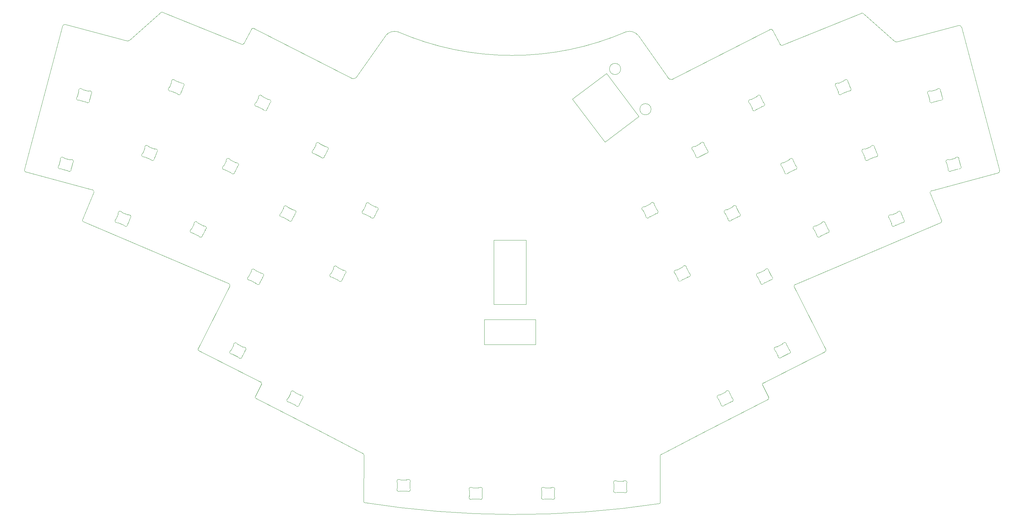
<source format=gbr>
%TF.GenerationSoftware,KiCad,Pcbnew,(6.0.4)*%
%TF.CreationDate,2022-12-18T06:26:39+01:00*%
%TF.ProjectId,BatreeqV2,42617472-6565-4715-9632-2e6b69636164,rev?*%
%TF.SameCoordinates,Original*%
%TF.FileFunction,Profile,NP*%
%FSLAX46Y46*%
G04 Gerber Fmt 4.6, Leading zero omitted, Abs format (unit mm)*
G04 Created by KiCad (PCBNEW (6.0.4)) date 2022-12-18 06:26:39*
%MOMM*%
%LPD*%
G01*
G04 APERTURE LIST*
%TA.AperFunction,Profile*%
%ADD10C,0.050000*%
%TD*%
%TA.AperFunction,Profile*%
%ADD11C,0.100000*%
%TD*%
%TA.AperFunction,Profile*%
%ADD12C,0.120000*%
%TD*%
G04 APERTURE END LIST*
D10*
X38918873Y-77389631D02*
G75*
G03*
X38573854Y-76699535I-518573J172031D01*
G01*
X226405391Y-102027703D02*
G75*
G03*
X226151365Y-102789641I202709J-490897D01*
G01*
X47779336Y-36861305D02*
G75*
G03*
X48451584Y-36684297I185564J660305D01*
G01*
X219801365Y-33733640D02*
X193385363Y-47195643D01*
X157028908Y-118125642D02*
X157028907Y-111425641D01*
X217769391Y-128443681D02*
G75*
G03*
X217659917Y-128899085I176209J-283219D01*
G01*
X220309332Y-33987659D02*
G75*
G03*
X219801365Y-33733640I-418332J-201641D01*
G01*
X66798979Y-119175504D02*
G75*
G03*
X67053010Y-119807642I401921J-205596D01*
G01*
X252940707Y-36938278D02*
G75*
G03*
X253612934Y-37115306I486693J483278D01*
G01*
X192369364Y-46687642D02*
X184495364Y-35479641D01*
X78499556Y-37797643D02*
X57318822Y-29210672D01*
X244073451Y-29464670D02*
X222892715Y-38051644D01*
X219143104Y-132797053D02*
G75*
G03*
X219291966Y-132252241I-195104J346053D01*
G01*
X111308912Y-160447642D02*
G75*
G03*
X190083367Y-160701640I40206188J253864542D01*
G01*
X111070984Y-160193639D02*
G75*
G03*
X111308912Y-160447641I258216J3439D01*
G01*
X234593263Y-119429523D02*
X226151365Y-102789641D01*
X31298912Y-32463621D02*
G75*
G03*
X30536910Y-32971639I-112212J-657179D01*
G01*
X78499553Y-37797652D02*
G75*
G03*
X79050910Y-37543642I137447J427052D01*
G01*
X81590911Y-33479631D02*
G75*
G03*
X81082910Y-33733644I-89611J-455769D01*
G01*
X219291966Y-132252241D02*
X217659917Y-128899085D01*
X38918908Y-77389643D02*
X35870909Y-84755642D01*
X35870975Y-84755673D02*
G75*
G03*
X36042861Y-85222429I312825J-149827D01*
G01*
X83732345Y-128645077D02*
G75*
G03*
X83622908Y-128189646I-285845J172177D01*
G01*
X82100341Y-131998261D02*
G75*
G03*
X82249191Y-132543016I342459J-199139D01*
G01*
X190591360Y-147493629D02*
G75*
G03*
X190318499Y-147926699I160740J-403771D01*
G01*
X108006910Y-46941641D02*
X81590909Y-33479641D01*
X20376891Y-71293636D02*
G75*
G03*
X20687860Y-71935535I488409J-159664D01*
G01*
X116896908Y-35479640D02*
X109022907Y-46687642D01*
X217769366Y-128443641D02*
X234339263Y-120061644D01*
X190321363Y-160447641D02*
X190318499Y-147926699D01*
X270855335Y-33225651D02*
G75*
G03*
X270093363Y-32717643I-649835J-149249D01*
G01*
X120198904Y-34436679D02*
G75*
G03*
X181193366Y-34436674I30497226J70469039D01*
G01*
X244611054Y-29544298D02*
G75*
G03*
X244073451Y-29464670I-330954J-379802D01*
G01*
X99624909Y-141397642D02*
X110800911Y-147239641D01*
X83732359Y-128645086D02*
X82100308Y-131998242D01*
X75240909Y-102535643D02*
X66799012Y-119175521D01*
X143312909Y-118125641D02*
X157028908Y-118125642D01*
X36042861Y-85222429D02*
X74986911Y-101773642D01*
X111073742Y-147672700D02*
G75*
G03*
X110800911Y-147239641I-433442J29400D01*
G01*
X47779335Y-36861308D02*
X31298908Y-32463642D01*
X252940691Y-36938294D02*
X244611023Y-29544334D01*
X192369332Y-46687659D02*
G75*
G03*
X193385363Y-47195643I871868J473759D01*
G01*
X143312909Y-118125641D02*
X143312906Y-111425642D01*
X75240895Y-102535635D02*
G75*
G03*
X74986911Y-101773642I-456595J271135D01*
G01*
X226405366Y-102027643D02*
X265349412Y-85476428D01*
X184495388Y-35479623D02*
G75*
G03*
X181193366Y-34436674I-2387688J-1810877D01*
G01*
X30536910Y-32971639D02*
X20376910Y-71293642D01*
X56781249Y-29290335D02*
X48451584Y-36684297D01*
X222341403Y-37797626D02*
G75*
G03*
X222892715Y-38051644I413897J173026D01*
G01*
X201767362Y-141651642D02*
X219143082Y-132797014D01*
X190083363Y-160701585D02*
G75*
G03*
X190321363Y-160447641I-20363J257585D01*
G01*
X143312906Y-111425642D02*
X157028907Y-111425641D01*
X82249191Y-132543016D02*
X99624909Y-141397642D01*
X20687860Y-71935535D02*
X38573854Y-76699535D01*
X280704423Y-72189564D02*
G75*
G03*
X281015365Y-71547641I-177323J482164D01*
G01*
X262818442Y-76953606D02*
G75*
G03*
X262473368Y-77643642I173358J-517994D01*
G01*
X120198918Y-34436634D02*
G75*
G03*
X116896908Y-35479640I-892518J-2922766D01*
G01*
X81082910Y-33733644D02*
X79050910Y-37543642D01*
X234339283Y-120061700D02*
G75*
G03*
X234593263Y-119429523I-148083J426600D01*
G01*
X262818418Y-76953533D02*
X280704412Y-72189533D01*
X222341365Y-37797642D02*
X220309365Y-33987643D01*
X57318828Y-29210659D02*
G75*
G03*
X56781249Y-29290335I-206628J-459241D01*
G01*
X270093363Y-32717643D02*
X253612934Y-37115306D01*
X265349437Y-85476485D02*
G75*
G03*
X265521365Y-85009639I-140937J316985D01*
G01*
X111073772Y-147672702D02*
X111070909Y-160193640D01*
X265521365Y-85009639D02*
X262473368Y-77643642D01*
X190591366Y-147493645D02*
X201767362Y-141651642D01*
X67053010Y-119807642D02*
X83622908Y-128189646D01*
X108006904Y-46941663D02*
G75*
G03*
X109022907Y-46687642I281396J1033363D01*
G01*
X281015365Y-71547641D02*
X270855363Y-33225645D01*
D11*
%TO.C,D74*%
X162030906Y-157250798D02*
X162030906Y-158656482D01*
X158630908Y-158656482D02*
X158630908Y-157250798D01*
X161125359Y-159453639D02*
X159536454Y-159453639D01*
X159536455Y-156453640D02*
X161125359Y-156453640D01*
X161377618Y-159521939D02*
G75*
G03*
X161125360Y-159453640I-252261J-431711D01*
G01*
X161377617Y-159521940D02*
G75*
G03*
X162080391Y-158873360I252260J431700D01*
G01*
X159284196Y-156385341D02*
G75*
G03*
X159536455Y-156453640I252261J431710D01*
G01*
X161125359Y-156453639D02*
G75*
G03*
X161377617Y-156385341I-2J500009D01*
G01*
X162080389Y-157033919D02*
G75*
G03*
X162030906Y-157250797I450548J-216881D01*
G01*
X162080388Y-157033919D02*
G75*
G03*
X161377618Y-156385343I-450511J216879D01*
G01*
X158581423Y-158873360D02*
G75*
G03*
X158630908Y-158656483I-450505J216876D01*
G01*
X162030905Y-158656482D02*
G75*
G03*
X162080391Y-158873360I499302J-158D01*
G01*
X159536454Y-159453639D02*
G75*
G03*
X159284196Y-159521938I3J-500009D01*
G01*
X158630908Y-157250798D02*
G75*
G03*
X158581423Y-157033920I-499990J2D01*
G01*
X159284196Y-156385341D02*
G75*
G03*
X158581423Y-157033921I-252259J-431700D01*
G01*
X158581422Y-158873360D02*
G75*
G03*
X159284196Y-159521938I450516J-216877D01*
G01*
%TO.C,D42*%
X270194805Y-68774258D02*
X270558623Y-70132044D01*
X267579030Y-68649874D02*
X269113794Y-68238635D01*
X269890251Y-71136412D02*
X268355486Y-71547651D01*
X267274477Y-71012029D02*
X266910659Y-69654242D01*
X267317690Y-68649191D02*
G75*
G03*
X266806728Y-69457563I-131931J-482280D01*
G01*
X270186469Y-68551962D02*
G75*
G03*
X269339781Y-68107376I-491293J92888D01*
G01*
X270186470Y-68551962D02*
G75*
G03*
X270194805Y-68774257I491328J-92880D01*
G01*
X269113794Y-68238634D02*
G75*
G03*
X269339779Y-68107374I-129414J482971D01*
G01*
X267282811Y-71234324D02*
G75*
G03*
X268129501Y-71678911I491295J-92886D01*
G01*
X268355486Y-71547650D02*
G75*
G03*
X268129501Y-71678911I129415J-482971D01*
G01*
X270151592Y-71137096D02*
G75*
G03*
X270662554Y-70328725I131931J482280D01*
G01*
X267282810Y-71234324D02*
G75*
G03*
X267274477Y-71012030I-491286J92887D01*
G01*
X267317690Y-68649191D02*
G75*
G03*
X267579030Y-68649874I131931J482297D01*
G01*
X270558622Y-70132044D02*
G75*
G03*
X270662554Y-70328725I482329J129076D01*
G01*
X270151592Y-71137094D02*
G75*
G03*
X269890252Y-71136412I-131931J-482292D01*
G01*
X266910659Y-69654242D02*
G75*
G03*
X266806728Y-69457562I-482954J-129405D01*
G01*
%TO.C,D70*%
X188977941Y-83159833D02*
X187562216Y-83881181D01*
X186393467Y-83582018D02*
X185755300Y-82329545D01*
X186200246Y-81208162D02*
X187615970Y-80486815D01*
X188784720Y-80785978D02*
X189422888Y-82038452D01*
X188730349Y-80570273D02*
G75*
G03*
X188784720Y-80785977I499903J11303D01*
G01*
X189422887Y-82038452D02*
G75*
G03*
X189565440Y-82209226I444953J226538D01*
G01*
X186447836Y-83797724D02*
G75*
G03*
X187368460Y-84056559I499872J11291D01*
G01*
X187615970Y-80486814D02*
G75*
G03*
X187809726Y-80311437I-227002J445511D01*
G01*
X189233713Y-83106167D02*
G75*
G03*
X188977942Y-83159834I-28774J-499180D01*
G01*
X186447837Y-83797724D02*
G75*
G03*
X186393468Y-83582019I-499854J-11285D01*
G01*
X185944475Y-81261831D02*
G75*
G03*
X186200246Y-81208162I28772J499188D01*
G01*
X185755300Y-82329545D02*
G75*
G03*
X185612748Y-82158771I-445495J-226989D01*
G01*
X187562216Y-83881181D02*
G75*
G03*
X187368460Y-84056559I227002J-445510D01*
G01*
X188730349Y-80570273D02*
G75*
G03*
X187809728Y-80311438I-499870J-11287D01*
G01*
X189233713Y-83106167D02*
G75*
G03*
X189565440Y-82209226I28777J499171D01*
G01*
X185944475Y-81261830D02*
G75*
G03*
X185612748Y-82158772I-28777J-499171D01*
G01*
%TO.C,D41*%
X202136322Y-64668287D02*
X202774490Y-65920761D01*
X202329543Y-67042142D02*
X200913818Y-67763490D01*
X199551848Y-65090471D02*
X200967572Y-64369124D01*
X199745069Y-67464327D02*
X199106902Y-66211854D01*
X202774489Y-65920761D02*
G75*
G03*
X202917042Y-66091535I444953J226538D01*
G01*
X200913818Y-67763490D02*
G75*
G03*
X200720062Y-67938868I227002J-445510D01*
G01*
X199799439Y-67680033D02*
G75*
G03*
X199745070Y-67464328I-499854J-11285D01*
G01*
X199296077Y-65144140D02*
G75*
G03*
X199551848Y-65090471I28772J499188D01*
G01*
X199296077Y-65144139D02*
G75*
G03*
X198964350Y-66041081I-28777J-499171D01*
G01*
X202081951Y-64452582D02*
G75*
G03*
X201161330Y-64193747I-499870J-11287D01*
G01*
X200967572Y-64369123D02*
G75*
G03*
X201161328Y-64193746I-227002J445511D01*
G01*
X202585315Y-66988476D02*
G75*
G03*
X202329544Y-67042143I-28774J-499180D01*
G01*
X199106902Y-66211854D02*
G75*
G03*
X198964350Y-66041080I-445495J-226989D01*
G01*
X199799438Y-67680033D02*
G75*
G03*
X200720062Y-67938868I499872J11291D01*
G01*
X202081951Y-64452582D02*
G75*
G03*
X202136322Y-64668286I499903J11303D01*
G01*
X202585315Y-66988476D02*
G75*
G03*
X202917042Y-66091535I28777J499171D01*
G01*
%TO.C,D55*%
X221558996Y-118707320D02*
X222974720Y-117985973D01*
X224336691Y-120658991D02*
X222920966Y-121380339D01*
X224143470Y-118285136D02*
X224781638Y-119537610D01*
X221752217Y-121081176D02*
X221114050Y-119828703D01*
X222974720Y-117985972D02*
G75*
G03*
X223168476Y-117810595I-227002J445511D01*
G01*
X224592463Y-120605325D02*
G75*
G03*
X224924190Y-119708384I28777J499171D01*
G01*
X221114050Y-119828703D02*
G75*
G03*
X220971498Y-119657929I-445495J-226989D01*
G01*
X224089099Y-118069431D02*
G75*
G03*
X224143470Y-118285135I499903J11303D01*
G01*
X224781637Y-119537610D02*
G75*
G03*
X224924190Y-119708384I444953J226538D01*
G01*
X221806587Y-121296882D02*
G75*
G03*
X221752218Y-121081177I-499854J-11285D01*
G01*
X221303225Y-118760988D02*
G75*
G03*
X220971498Y-119657930I-28777J-499171D01*
G01*
X222920966Y-121380339D02*
G75*
G03*
X222727210Y-121555717I227002J-445510D01*
G01*
X221303225Y-118760989D02*
G75*
G03*
X221558996Y-118707320I28772J499188D01*
G01*
X224089099Y-118069431D02*
G75*
G03*
X223168478Y-117810596I-499870J-11287D01*
G01*
X224592463Y-120605325D02*
G75*
G03*
X224336692Y-120658992I-28774J-499180D01*
G01*
X221806586Y-121296882D02*
G75*
G03*
X222727210Y-121555717I499872J11291D01*
G01*
%TO.C,D51*%
X73616944Y-70261291D02*
X74255112Y-69008817D01*
X77284532Y-70552384D02*
X76646365Y-71804857D01*
X75423862Y-68709654D02*
X76839586Y-69431001D01*
X75477615Y-72104020D02*
X74061890Y-71382672D01*
X74061890Y-71382671D02*
G75*
G03*
X73806120Y-71329004I-226995J-445506D01*
G01*
X76839586Y-69431001D02*
G75*
G03*
X77095357Y-69484669I226998J445513D01*
G01*
X75671371Y-72279400D02*
G75*
G03*
X76591996Y-72020563I420752J270125D01*
G01*
X75230106Y-68534276D02*
G75*
G03*
X74309480Y-68793112I-420753J-270124D01*
G01*
X75671372Y-72279399D02*
G75*
G03*
X75477615Y-72104021I-420759J-270133D01*
G01*
X77427083Y-70381608D02*
G75*
G03*
X77284533Y-70552383I302979J-397787D01*
G01*
X76646364Y-71804857D02*
G75*
G03*
X76591996Y-72020563I444810J-226819D01*
G01*
X74255111Y-69008817D02*
G75*
G03*
X74309481Y-68793112I-445493J226993D01*
G01*
X73474392Y-70432064D02*
G75*
G03*
X73806120Y-71329004I302952J-397769D01*
G01*
X75230105Y-68534276D02*
G75*
G03*
X75423862Y-68709654I420763J270138D01*
G01*
X77427082Y-70381608D02*
G75*
G03*
X77095357Y-69484671I-302947J397769D01*
G01*
X73474392Y-70432064D02*
G75*
G03*
X73616944Y-70261291I-302936J397757D01*
G01*
%TO.C,D67*%
X110942478Y-82114486D02*
X111580646Y-80862012D01*
X114610066Y-82405579D02*
X113971899Y-83658052D01*
X112803149Y-83957215D02*
X111387424Y-83235867D01*
X112749396Y-80562849D02*
X114165120Y-81284196D01*
X111580645Y-80862012D02*
G75*
G03*
X111635015Y-80646307I-445493J226993D01*
G01*
X114165120Y-81284196D02*
G75*
G03*
X114420891Y-81337864I226998J445513D01*
G01*
X110799926Y-82285259D02*
G75*
G03*
X110942478Y-82114486I-302936J397757D01*
G01*
X111387424Y-83235866D02*
G75*
G03*
X111131654Y-83182199I-226995J-445506D01*
G01*
X112996906Y-84132594D02*
G75*
G03*
X112803149Y-83957216I-420759J-270133D01*
G01*
X113971898Y-83658052D02*
G75*
G03*
X113917530Y-83873758I444810J-226819D01*
G01*
X114752616Y-82234803D02*
G75*
G03*
X114420891Y-81337866I-302947J397769D01*
G01*
X112996905Y-84132595D02*
G75*
G03*
X113917530Y-83873758I420752J270125D01*
G01*
X114752617Y-82234803D02*
G75*
G03*
X114610067Y-82405578I302979J-397787D01*
G01*
X112555639Y-80387471D02*
G75*
G03*
X112749396Y-80562849I420763J270138D01*
G01*
X110799926Y-82285259D02*
G75*
G03*
X111131654Y-83182199I302952J-397769D01*
G01*
X112555640Y-80387471D02*
G75*
G03*
X111635014Y-80646307I-420753J-270124D01*
G01*
%TO.C,D63*%
X33244181Y-69648893D02*
X32880363Y-71006680D01*
X31041046Y-68233286D02*
X32575810Y-68644525D01*
X31799353Y-71542301D02*
X30264588Y-71131062D01*
X29596217Y-70126695D02*
X29960035Y-68768909D01*
X33348110Y-69452211D02*
G75*
G03*
X33244181Y-69648892I379063J-326102D01*
G01*
X32880363Y-71006680D02*
G75*
G03*
X32872030Y-71228975I482247J-129381D01*
G01*
X33348110Y-69452211D02*
G75*
G03*
X32837150Y-68643844I-379028J326090D01*
G01*
X29960036Y-68768909D02*
G75*
G03*
X29968369Y-68546613I-482954J129409D01*
G01*
X29492286Y-70323376D02*
G75*
G03*
X30003249Y-71131745I379033J-326089D01*
G01*
X32025337Y-71673565D02*
G75*
G03*
X32872030Y-71228975I355397J351701D01*
G01*
X32025338Y-71673564D02*
G75*
G03*
X31799353Y-71542303I-355400J-351710D01*
G01*
X32575810Y-68644524D02*
G75*
G03*
X32837149Y-68643842I129410J482972D01*
G01*
X30815060Y-68102025D02*
G75*
G03*
X29968368Y-68546614I-355396J-351701D01*
G01*
X30815060Y-68102025D02*
G75*
G03*
X31041046Y-68233286I355404J351716D01*
G01*
X30264588Y-71131063D02*
G75*
G03*
X30003249Y-71131745I-129409J-482964D01*
G01*
X29492286Y-70323376D02*
G75*
G03*
X29596217Y-70126696I-379014J326081D01*
G01*
%TO.C,D64*%
X120930871Y-154333643D02*
X122519775Y-154333643D01*
X122519775Y-157333642D02*
X120930870Y-157333642D01*
X120025324Y-156536485D02*
X120025324Y-155130801D01*
X123425322Y-155130801D02*
X123425322Y-156536485D01*
X119975839Y-156753363D02*
G75*
G03*
X120025324Y-156536486I-450505J216876D01*
G01*
X123425321Y-156536485D02*
G75*
G03*
X123474807Y-156753363I499302J-158D01*
G01*
X119975838Y-156753363D02*
G75*
G03*
X120678612Y-157401941I450516J-216877D01*
G01*
X120025324Y-155130801D02*
G75*
G03*
X119975839Y-154913923I-499990J2D01*
G01*
X122772034Y-157401942D02*
G75*
G03*
X122519776Y-157333643I-252261J-431711D01*
G01*
X120678612Y-154265344D02*
G75*
G03*
X120930871Y-154333643I252261J431710D01*
G01*
X120930870Y-157333642D02*
G75*
G03*
X120678612Y-157401941I3J-500009D01*
G01*
X122772033Y-157401943D02*
G75*
G03*
X123474807Y-156753363I252260J431700D01*
G01*
X120678612Y-154265344D02*
G75*
G03*
X119975839Y-154913924I-252259J-431700D01*
G01*
X122519775Y-154333642D02*
G75*
G03*
X122772033Y-154265344I-2J500009D01*
G01*
X123474804Y-154913922D02*
G75*
G03*
X122772034Y-154265346I-450511J216879D01*
G01*
X123474805Y-154913922D02*
G75*
G03*
X123425322Y-155130800I450548J-216881D01*
G01*
%TO.C,D71*%
X252157448Y-83383385D02*
X253630654Y-82788171D01*
X254754473Y-85569722D02*
X253281266Y-86164936D01*
X254768883Y-83188059D02*
X255295461Y-84491387D01*
X252143038Y-85765049D02*
X251616460Y-84461721D01*
X253281266Y-86164936D02*
G75*
G03*
X253072962Y-86322759I187309J-463599D01*
G01*
X255013949Y-85538552D02*
G75*
G03*
X255422587Y-84673935I72173J494764D01*
G01*
X255013949Y-85538550D02*
G75*
G03*
X254754474Y-85569722I-72170J-494775D01*
G01*
X254733518Y-82968436D02*
G75*
G03*
X253838960Y-82630349I-498951J32322D01*
G01*
X251616459Y-84461721D02*
G75*
G03*
X251489334Y-84279173I-463583J-187298D01*
G01*
X255295461Y-84491387D02*
G75*
G03*
X255422587Y-84673935I463003J186895D01*
G01*
X252178400Y-85984672D02*
G75*
G03*
X253072962Y-86322759I498954J-32319D01*
G01*
X251897972Y-83414558D02*
G75*
G03*
X251489334Y-84279174I-72174J-494763D01*
G01*
X253630654Y-82788170D02*
G75*
G03*
X253838958Y-82630348I-187309J463599D01*
G01*
X252178400Y-85984672D02*
G75*
G03*
X252143038Y-85765049I-498935J32324D01*
G01*
X254733518Y-82968436D02*
G75*
G03*
X254768882Y-83188058I498986J-32310D01*
G01*
X251897972Y-83414557D02*
G75*
G03*
X252157448Y-83383385I72171J494773D01*
G01*
%TO.C,D56*%
X84103432Y-55174899D02*
X82687707Y-54453551D01*
X82242761Y-53332170D02*
X82880929Y-52079696D01*
X84049679Y-51780533D02*
X85465403Y-52501880D01*
X85910349Y-53623263D02*
X85272182Y-54875736D01*
X82687707Y-54453550D02*
G75*
G03*
X82431937Y-54399883I-226995J-445506D01*
G01*
X82880928Y-52079696D02*
G75*
G03*
X82935298Y-51863991I-445493J226993D01*
G01*
X85272181Y-54875736D02*
G75*
G03*
X85217813Y-55091442I444810J-226819D01*
G01*
X86052900Y-53452487D02*
G75*
G03*
X85910350Y-53623262I302979J-397787D01*
G01*
X84297188Y-55350279D02*
G75*
G03*
X85217813Y-55091442I420752J270125D01*
G01*
X82100209Y-53502943D02*
G75*
G03*
X82242761Y-53332170I-302936J397757D01*
G01*
X82100209Y-53502943D02*
G75*
G03*
X82431937Y-54399883I302952J-397769D01*
G01*
X86052899Y-53452487D02*
G75*
G03*
X85721174Y-52555550I-302947J397769D01*
G01*
X85465403Y-52501880D02*
G75*
G03*
X85721174Y-52555548I226998J445513D01*
G01*
X83855923Y-51605155D02*
G75*
G03*
X82935297Y-51863991I-420753J-270124D01*
G01*
X84297189Y-55350278D02*
G75*
G03*
X84103432Y-55174900I-420759J-270133D01*
G01*
X83855922Y-51605155D02*
G75*
G03*
X84049679Y-51780533I420763J270138D01*
G01*
%TO.C,D66*%
X232133861Y-88737045D02*
X231495694Y-87484572D01*
X231940640Y-86363189D02*
X233356364Y-85641842D01*
X234718335Y-88314860D02*
X233302610Y-89036208D01*
X234525114Y-85941005D02*
X235163282Y-87193479D01*
X231684869Y-86416857D02*
G75*
G03*
X231353142Y-87313799I-28777J-499171D01*
G01*
X235163281Y-87193479D02*
G75*
G03*
X235305834Y-87364253I444953J226538D01*
G01*
X232188231Y-88952751D02*
G75*
G03*
X232133862Y-88737046I-499854J-11285D01*
G01*
X234470743Y-85725300D02*
G75*
G03*
X234525114Y-85941004I499903J11303D01*
G01*
X233356364Y-85641841D02*
G75*
G03*
X233550120Y-85466464I-227002J445511D01*
G01*
X231495694Y-87484572D02*
G75*
G03*
X231353142Y-87313798I-445495J-226989D01*
G01*
X232188230Y-88952751D02*
G75*
G03*
X233108854Y-89211586I499872J11291D01*
G01*
X233302610Y-89036208D02*
G75*
G03*
X233108854Y-89211586I227002J-445510D01*
G01*
X234974107Y-88261194D02*
G75*
G03*
X234718336Y-88314861I-28774J-499180D01*
G01*
X231684869Y-86416858D02*
G75*
G03*
X231940640Y-86363189I28772J499188D01*
G01*
X234470743Y-85725300D02*
G75*
G03*
X233550122Y-85466465I-499870J-11287D01*
G01*
X234974107Y-88261194D02*
G75*
G03*
X235305834Y-87364253I28777J499171D01*
G01*
%TO.C,D69*%
X139305320Y-158653175D02*
X139305320Y-157247491D01*
X142705318Y-157247491D02*
X142705318Y-158653175D01*
X141799771Y-159450332D02*
X140210866Y-159450332D01*
X140210867Y-156450333D02*
X141799771Y-156450333D01*
X141799771Y-156450332D02*
G75*
G03*
X142052029Y-156382034I-2J500009D01*
G01*
X142052030Y-159518632D02*
G75*
G03*
X141799772Y-159450333I-252261J-431711D01*
G01*
X139255835Y-158870053D02*
G75*
G03*
X139305320Y-158653176I-450505J216876D01*
G01*
X142754800Y-157030612D02*
G75*
G03*
X142052030Y-156382036I-450511J216879D01*
G01*
X139305320Y-157247491D02*
G75*
G03*
X139255835Y-157030613I-499990J2D01*
G01*
X140210866Y-159450332D02*
G75*
G03*
X139958608Y-159518631I3J-500009D01*
G01*
X139958608Y-156382034D02*
G75*
G03*
X140210867Y-156450333I252261J431710D01*
G01*
X142705317Y-158653175D02*
G75*
G03*
X142754803Y-158870053I499302J-158D01*
G01*
X139255834Y-158870053D02*
G75*
G03*
X139958608Y-159518631I450516J-216877D01*
G01*
X142754801Y-157030612D02*
G75*
G03*
X142705318Y-157247490I450548J-216881D01*
G01*
X139958608Y-156382034D02*
G75*
G03*
X139255835Y-157030614I-252259J-431700D01*
G01*
X142052029Y-159518633D02*
G75*
G03*
X142754803Y-158870053I252260J431700D01*
G01*
%TO.C,D43*%
X181334909Y-155472800D02*
X181334909Y-156878484D01*
X178840458Y-154675642D02*
X180429362Y-154675642D01*
X180429362Y-157675641D02*
X178840457Y-157675641D01*
X177934911Y-156878484D02*
X177934911Y-155472800D01*
X180429362Y-154675641D02*
G75*
G03*
X180681620Y-154607343I-2J500009D01*
G01*
X181384391Y-155255921D02*
G75*
G03*
X180681621Y-154607345I-450511J216879D01*
G01*
X181384392Y-155255921D02*
G75*
G03*
X181334909Y-155472799I450548J-216881D01*
G01*
X178840457Y-157675641D02*
G75*
G03*
X178588199Y-157743940I3J-500009D01*
G01*
X177934911Y-155472800D02*
G75*
G03*
X177885426Y-155255922I-499990J2D01*
G01*
X178588199Y-154607343D02*
G75*
G03*
X177885426Y-155255923I-252259J-431700D01*
G01*
X180681621Y-157743941D02*
G75*
G03*
X180429363Y-157675642I-252261J-431711D01*
G01*
X177885425Y-157095362D02*
G75*
G03*
X178588199Y-157743940I450516J-216877D01*
G01*
X178588199Y-154607343D02*
G75*
G03*
X178840458Y-154675642I252261J431710D01*
G01*
X177885426Y-157095362D02*
G75*
G03*
X177934911Y-156878485I-450505J216876D01*
G01*
X180681620Y-157743942D02*
G75*
G03*
X181384394Y-157095362I252260J431700D01*
G01*
X181334908Y-156878484D02*
G75*
G03*
X181384394Y-157095362I499302J-158D01*
G01*
%TO.C,D65*%
X197603760Y-100088959D02*
X196188035Y-100810307D01*
X197410539Y-97715104D02*
X198048707Y-98967578D01*
X194826065Y-98137288D02*
X196241789Y-97415941D01*
X195019286Y-100511144D02*
X194381119Y-99258671D01*
X197859532Y-100035293D02*
G75*
G03*
X197603761Y-100088960I-28774J-499180D01*
G01*
X197356168Y-97499399D02*
G75*
G03*
X197410539Y-97715103I499903J11303D01*
G01*
X198048706Y-98967578D02*
G75*
G03*
X198191259Y-99138352I444953J226538D01*
G01*
X195073655Y-100726850D02*
G75*
G03*
X195994279Y-100985685I499872J11291D01*
G01*
X196241789Y-97415940D02*
G75*
G03*
X196435545Y-97240563I-227002J445511D01*
G01*
X197859532Y-100035293D02*
G75*
G03*
X198191259Y-99138352I28777J499171D01*
G01*
X196188035Y-100810307D02*
G75*
G03*
X195994279Y-100985685I227002J-445510D01*
G01*
X194570294Y-98190957D02*
G75*
G03*
X194826065Y-98137288I28772J499188D01*
G01*
X194570294Y-98190956D02*
G75*
G03*
X194238567Y-99087898I-28777J-499171D01*
G01*
X195073656Y-100726850D02*
G75*
G03*
X195019287Y-100511145I-499854J-11285D01*
G01*
X194381119Y-99258671D02*
G75*
G03*
X194238567Y-99087897I-445495J-226989D01*
G01*
X197356168Y-97499399D02*
G75*
G03*
X196435547Y-97240564I-499870J-11287D01*
G01*
%TO.C,D61*%
X219387958Y-98526539D02*
X220026126Y-99779013D01*
X216996705Y-101322579D02*
X216358538Y-100070106D01*
X219581179Y-100900394D02*
X218165454Y-101621742D01*
X216803484Y-98948723D02*
X218219208Y-98227376D01*
X219333587Y-98310834D02*
G75*
G03*
X219387958Y-98526538I499903J11303D01*
G01*
X217051074Y-101538285D02*
G75*
G03*
X217971698Y-101797120I499872J11291D01*
G01*
X219333587Y-98310834D02*
G75*
G03*
X218412966Y-98051999I-499870J-11287D01*
G01*
X216547713Y-99002391D02*
G75*
G03*
X216215986Y-99899333I-28777J-499171D01*
G01*
X218165454Y-101621742D02*
G75*
G03*
X217971698Y-101797120I227002J-445510D01*
G01*
X216547713Y-99002392D02*
G75*
G03*
X216803484Y-98948723I28772J499188D01*
G01*
X216358538Y-100070106D02*
G75*
G03*
X216215986Y-99899332I-445495J-226989D01*
G01*
X220026125Y-99779013D02*
G75*
G03*
X220168678Y-99949787I444953J226538D01*
G01*
X219836951Y-100846728D02*
G75*
G03*
X219581180Y-100900395I-28774J-499180D01*
G01*
X218219208Y-98227375D02*
G75*
G03*
X218412964Y-98051998I-227002J445511D01*
G01*
X217051075Y-101538285D02*
G75*
G03*
X216996706Y-101322580I-499854J-11285D01*
G01*
X219836951Y-100846728D02*
G75*
G03*
X220168678Y-99949787I28777J499171D01*
G01*
%TO.C,D58*%
X94523986Y-132762833D02*
X93885819Y-134015306D01*
X92663316Y-130920103D02*
X94079040Y-131641450D01*
X90856398Y-132471740D02*
X91494566Y-131219266D01*
X92717069Y-134314469D02*
X91301344Y-133593121D01*
X92910825Y-134489849D02*
G75*
G03*
X93831450Y-134231012I420752J270125D01*
G01*
X92469560Y-130744725D02*
G75*
G03*
X91548934Y-131003561I-420753J-270124D01*
G01*
X94666537Y-132592057D02*
G75*
G03*
X94523987Y-132762832I302979J-397787D01*
G01*
X94666536Y-132592057D02*
G75*
G03*
X94334811Y-131695120I-302947J397769D01*
G01*
X93885818Y-134015306D02*
G75*
G03*
X93831450Y-134231012I444810J-226819D01*
G01*
X90713846Y-132642513D02*
G75*
G03*
X91045574Y-133539453I302952J-397769D01*
G01*
X90713846Y-132642513D02*
G75*
G03*
X90856398Y-132471740I-302936J397757D01*
G01*
X91301344Y-133593120D02*
G75*
G03*
X91045574Y-133539453I-226995J-445506D01*
G01*
X92910826Y-134489848D02*
G75*
G03*
X92717069Y-134314470I-420759J-270133D01*
G01*
X91494565Y-131219266D02*
G75*
G03*
X91548935Y-131003561I-445493J226993D01*
G01*
X94079040Y-131641450D02*
G75*
G03*
X94334811Y-131695118I226998J445513D01*
G01*
X92469559Y-130744725D02*
G75*
G03*
X92663316Y-130920103I420763J270138D01*
G01*
%TO.C,D47*%
X217273478Y-52082758D02*
X217911646Y-53335232D01*
X217466699Y-54456613D02*
X216050974Y-55177961D01*
X214882225Y-54878798D02*
X214244058Y-53626325D01*
X214689004Y-52504942D02*
X216104728Y-51783595D01*
X214433233Y-52558611D02*
G75*
G03*
X214689004Y-52504942I28772J499188D01*
G01*
X214936594Y-55094504D02*
G75*
G03*
X215857218Y-55353339I499872J11291D01*
G01*
X217219107Y-51867053D02*
G75*
G03*
X217273478Y-52082757I499903J11303D01*
G01*
X217219107Y-51867053D02*
G75*
G03*
X216298486Y-51608218I-499870J-11287D01*
G01*
X214244058Y-53626325D02*
G75*
G03*
X214101506Y-53455551I-445495J-226989D01*
G01*
X214936595Y-55094504D02*
G75*
G03*
X214882226Y-54878799I-499854J-11285D01*
G01*
X216050974Y-55177961D02*
G75*
G03*
X215857218Y-55353339I227002J-445510D01*
G01*
X217911645Y-53335232D02*
G75*
G03*
X218054198Y-53506006I444953J226538D01*
G01*
X216104728Y-51783594D02*
G75*
G03*
X216298484Y-51608217I-227002J445511D01*
G01*
X217722471Y-54402947D02*
G75*
G03*
X218054198Y-53506006I28777J499171D01*
G01*
X214433233Y-52558610D02*
G75*
G03*
X214101506Y-53455552I-28777J-499171D01*
G01*
X217722471Y-54402947D02*
G75*
G03*
X217466700Y-54456614I-28774J-499180D01*
G01*
%TO.C,D45*%
X88965056Y-82925917D02*
X89603224Y-81673443D01*
X92632644Y-83217010D02*
X91994477Y-84469483D01*
X90771974Y-81374280D02*
X92187698Y-82095627D01*
X90825727Y-84768646D02*
X89410002Y-84047298D01*
X89410002Y-84047297D02*
G75*
G03*
X89154232Y-83993630I-226995J-445506D01*
G01*
X92775195Y-83046234D02*
G75*
G03*
X92632645Y-83217009I302979J-397787D01*
G01*
X89603223Y-81673443D02*
G75*
G03*
X89657593Y-81457738I-445493J226993D01*
G01*
X91019483Y-84944026D02*
G75*
G03*
X91940108Y-84685189I420752J270125D01*
G01*
X91019484Y-84944025D02*
G75*
G03*
X90825727Y-84768647I-420759J-270133D01*
G01*
X92775194Y-83046234D02*
G75*
G03*
X92443469Y-82149297I-302947J397769D01*
G01*
X90578218Y-81198902D02*
G75*
G03*
X89657592Y-81457738I-420753J-270124D01*
G01*
X90578217Y-81198902D02*
G75*
G03*
X90771974Y-81374280I420763J270138D01*
G01*
X92187698Y-82095627D02*
G75*
G03*
X92443469Y-82149295I226998J445513D01*
G01*
X88822504Y-83096690D02*
G75*
G03*
X88965056Y-82925917I-302936J397757D01*
G01*
X88822504Y-83096690D02*
G75*
G03*
X89154232Y-83993630I302952J-397769D01*
G01*
X91994476Y-84469483D02*
G75*
G03*
X91940108Y-84685189I444810J-226819D01*
G01*
%TO.C,D53*%
X240519426Y-50336735D02*
X239046219Y-50931949D01*
X237922401Y-48150398D02*
X239395607Y-47555184D01*
X237907991Y-50532062D02*
X237381413Y-49228734D01*
X240533836Y-47955072D02*
X241060414Y-49258400D01*
X239046219Y-50931949D02*
G75*
G03*
X238837915Y-51089772I187309J-463599D01*
G01*
X239395607Y-47555183D02*
G75*
G03*
X239603911Y-47397361I-187309J463599D01*
G01*
X237662925Y-48181570D02*
G75*
G03*
X237922401Y-48150398I72171J494773D01*
G01*
X237381412Y-49228734D02*
G75*
G03*
X237254287Y-49046186I-463583J-187298D01*
G01*
X237943353Y-50751685D02*
G75*
G03*
X238837915Y-51089772I498954J-32319D01*
G01*
X237662925Y-48181571D02*
G75*
G03*
X237254287Y-49046187I-72174J-494763D01*
G01*
X237943353Y-50751685D02*
G75*
G03*
X237907991Y-50532062I-498935J32324D01*
G01*
X240778902Y-50305565D02*
G75*
G03*
X241187540Y-49440948I72173J494764D01*
G01*
X240778902Y-50305563D02*
G75*
G03*
X240519427Y-50336735I-72170J-494775D01*
G01*
X240498471Y-47735449D02*
G75*
G03*
X239603913Y-47397362I-498951J32322D01*
G01*
X241060414Y-49258400D02*
G75*
G03*
X241187540Y-49440948I463003J186895D01*
G01*
X240498471Y-47735449D02*
G75*
G03*
X240533835Y-47955071I498986J-32310D01*
G01*
%TO.C,D46*%
X82199910Y-101697771D02*
X80784185Y-100976423D01*
X84006827Y-100146135D02*
X83368660Y-101398608D01*
X82146157Y-98303405D02*
X83561881Y-99024752D01*
X80339239Y-99855042D02*
X80977407Y-98602568D01*
X82393666Y-101873151D02*
G75*
G03*
X83314291Y-101614314I420752J270125D01*
G01*
X83368659Y-101398608D02*
G75*
G03*
X83314291Y-101614314I444810J-226819D01*
G01*
X83561881Y-99024752D02*
G75*
G03*
X83817652Y-99078420I226998J445513D01*
G01*
X80977406Y-98602568D02*
G75*
G03*
X81031776Y-98386863I-445493J226993D01*
G01*
X82393667Y-101873150D02*
G75*
G03*
X82199910Y-101697772I-420759J-270133D01*
G01*
X80196687Y-100025815D02*
G75*
G03*
X80528415Y-100922755I302952J-397769D01*
G01*
X80784185Y-100976422D02*
G75*
G03*
X80528415Y-100922755I-226995J-445506D01*
G01*
X81952401Y-98128027D02*
G75*
G03*
X81031775Y-98386863I-420753J-270124D01*
G01*
X84149378Y-99975359D02*
G75*
G03*
X84006828Y-100146134I302979J-397787D01*
G01*
X81952400Y-98128027D02*
G75*
G03*
X82146157Y-98303405I420763J270138D01*
G01*
X80196687Y-100025815D02*
G75*
G03*
X80339239Y-99855042I-302936J397757D01*
G01*
X84149377Y-99975359D02*
G75*
G03*
X83817652Y-99078422I-302947J397769D01*
G01*
%TO.C,D60*%
X208370886Y-84393451D02*
X207732719Y-83140978D01*
X210955360Y-83971266D02*
X209539635Y-84692614D01*
X208177665Y-82019595D02*
X209593389Y-81298248D01*
X210762139Y-81597411D02*
X211400307Y-82849885D01*
X208425256Y-84609157D02*
G75*
G03*
X208370887Y-84393452I-499854J-11285D01*
G01*
X211211132Y-83917600D02*
G75*
G03*
X211542859Y-83020659I28777J499171D01*
G01*
X207732719Y-83140978D02*
G75*
G03*
X207590167Y-82970204I-445495J-226989D01*
G01*
X210707768Y-81381706D02*
G75*
G03*
X209787147Y-81122871I-499870J-11287D01*
G01*
X209539635Y-84692614D02*
G75*
G03*
X209345879Y-84867992I227002J-445510D01*
G01*
X211211132Y-83917600D02*
G75*
G03*
X210955361Y-83971267I-28774J-499180D01*
G01*
X209593389Y-81298247D02*
G75*
G03*
X209787145Y-81122870I-227002J445511D01*
G01*
X208425255Y-84609157D02*
G75*
G03*
X209345879Y-84867992I499872J11291D01*
G01*
X207921894Y-82073264D02*
G75*
G03*
X208177665Y-82019595I28772J499188D01*
G01*
X210707768Y-81381706D02*
G75*
G03*
X210762139Y-81597410I499903J11303D01*
G01*
X211400306Y-82849885D02*
G75*
G03*
X211542859Y-83020659I444953J226538D01*
G01*
X207921894Y-82073263D02*
G75*
G03*
X207590167Y-82970205I-28777J-499171D01*
G01*
%TO.C,D48*%
X245039922Y-65766890D02*
X246513128Y-65171676D01*
X247651357Y-65571564D02*
X248177935Y-66874892D01*
X245025512Y-68148554D02*
X244498934Y-66845226D01*
X247636947Y-67953227D02*
X246163740Y-68548441D01*
X245060874Y-68368177D02*
G75*
G03*
X245955436Y-68706264I498954J-32319D01*
G01*
X244780446Y-65798063D02*
G75*
G03*
X244371808Y-66662679I-72174J-494763D01*
G01*
X247896423Y-67922055D02*
G75*
G03*
X247636948Y-67953227I-72170J-494775D01*
G01*
X244498933Y-66845226D02*
G75*
G03*
X244371808Y-66662678I-463583J-187298D01*
G01*
X247615992Y-65351941D02*
G75*
G03*
X247651356Y-65571563I498986J-32310D01*
G01*
X245060874Y-68368177D02*
G75*
G03*
X245025512Y-68148554I-498935J32324D01*
G01*
X244780446Y-65798062D02*
G75*
G03*
X245039922Y-65766890I72171J494773D01*
G01*
X246513128Y-65171675D02*
G75*
G03*
X246721432Y-65013853I-187309J463599D01*
G01*
X247615992Y-65351941D02*
G75*
G03*
X246721434Y-65013854I-498951J32322D01*
G01*
X248177935Y-66874892D02*
G75*
G03*
X248305061Y-67057440I463003J186895D01*
G01*
X247896423Y-67922057D02*
G75*
G03*
X248305061Y-67057440I72173J494764D01*
G01*
X246163740Y-68548441D02*
G75*
G03*
X245955436Y-68706264I187309J-463599D01*
G01*
%TO.C,D73*%
X66798040Y-85638780D02*
X68213764Y-86360127D01*
X68658710Y-87481510D02*
X68020543Y-88733983D01*
X64991122Y-87190417D02*
X65629290Y-85937943D01*
X66851793Y-89033146D02*
X65436068Y-88311798D01*
X65436068Y-88311797D02*
G75*
G03*
X65180298Y-88258130I-226995J-445506D01*
G01*
X67045550Y-89208525D02*
G75*
G03*
X66851793Y-89033147I-420759J-270133D01*
G01*
X65629289Y-85937943D02*
G75*
G03*
X65683659Y-85722238I-445493J226993D01*
G01*
X67045549Y-89208526D02*
G75*
G03*
X67966174Y-88949689I420752J270125D01*
G01*
X68213764Y-86360127D02*
G75*
G03*
X68469535Y-86413795I226998J445513D01*
G01*
X66604283Y-85463402D02*
G75*
G03*
X66798040Y-85638780I420763J270138D01*
G01*
X64848570Y-87361190D02*
G75*
G03*
X64991122Y-87190417I-302936J397757D01*
G01*
X68020542Y-88733983D02*
G75*
G03*
X67966174Y-88949689I444810J-226819D01*
G01*
X68801261Y-87310734D02*
G75*
G03*
X68658711Y-87481509I302979J-397787D01*
G01*
X68801260Y-87310734D02*
G75*
G03*
X68469535Y-86413797I-302947J397769D01*
G01*
X64848570Y-87361190D02*
G75*
G03*
X65180298Y-88258130I302952J-397769D01*
G01*
X66604284Y-85463402D02*
G75*
G03*
X65683658Y-85722238I-420753J-270124D01*
G01*
%TO.C,D59*%
X265268580Y-50414212D02*
X265632398Y-51771998D01*
X262348252Y-52651983D02*
X261984434Y-51294196D01*
X264964026Y-52776366D02*
X263429261Y-53187605D01*
X262652805Y-50289828D02*
X264187569Y-49878589D01*
X265225367Y-52777048D02*
G75*
G03*
X264964027Y-52776366I-131931J-482292D01*
G01*
X261984434Y-51294196D02*
G75*
G03*
X261880503Y-51097516I-482954J-129405D01*
G01*
X262356586Y-52874278D02*
G75*
G03*
X263203276Y-53318865I491295J-92886D01*
G01*
X265632397Y-51771998D02*
G75*
G03*
X265736329Y-51968679I482329J129076D01*
G01*
X262391465Y-50289145D02*
G75*
G03*
X262652805Y-50289828I131931J482297D01*
G01*
X262356585Y-52874278D02*
G75*
G03*
X262348252Y-52651984I-491286J92887D01*
G01*
X265225367Y-52777050D02*
G75*
G03*
X265736329Y-51968679I131931J482280D01*
G01*
X263429261Y-53187604D02*
G75*
G03*
X263203276Y-53318865I129415J-482971D01*
G01*
X264187569Y-49878588D02*
G75*
G03*
X264413554Y-49747328I-129414J482971D01*
G01*
X265260244Y-50191916D02*
G75*
G03*
X264413556Y-49747330I-491293J92888D01*
G01*
X265260245Y-50191916D02*
G75*
G03*
X265268580Y-50414211I491328J-92880D01*
G01*
X262391465Y-50289145D02*
G75*
G03*
X261880503Y-51097517I-131931J-482280D01*
G01*
%TO.C,D50*%
X60759148Y-47551354D02*
X62232354Y-48146568D01*
X62773342Y-49224904D02*
X62246764Y-50528232D01*
X61108535Y-50928119D02*
X59635328Y-50332905D01*
X59094341Y-49254570D02*
X59620919Y-47951242D01*
X61316839Y-51085944D02*
G75*
G03*
X62211402Y-50747855I395609J305767D01*
G01*
X62900467Y-49042355D02*
G75*
G03*
X62491829Y-48177742I-336464J369852D01*
G01*
X62900466Y-49042354D02*
G75*
G03*
X62773343Y-49224903I336496J-369867D01*
G01*
X59620919Y-47951242D02*
G75*
G03*
X59656281Y-47731619I-463582J187301D01*
G01*
X62246763Y-50528232D02*
G75*
G03*
X62211402Y-50747855I462886J-187188D01*
G01*
X61316840Y-51085943D02*
G75*
G03*
X61108536Y-50928120I-395614J-305777D01*
G01*
X58967215Y-49437118D02*
G75*
G03*
X59094340Y-49254571I-336458J369846D01*
G01*
X60550843Y-47393531D02*
G75*
G03*
X60759148Y-47551354I395618J305782D01*
G01*
X58967215Y-49437118D02*
G75*
G03*
X59375853Y-50301733I336467J-369851D01*
G01*
X59635328Y-50332905D02*
G75*
G03*
X59375853Y-50301733I-187304J-463601D01*
G01*
X62232354Y-48146568D02*
G75*
G03*
X62491829Y-48177740I187306J463602D01*
G01*
X60550844Y-47393530D02*
G75*
G03*
X59656281Y-47731620I-395609J-305768D01*
G01*
%TO.C,D52*%
X75583726Y-119613638D02*
X76221894Y-118361164D01*
X79251314Y-119904731D02*
X78613147Y-121157204D01*
X77390644Y-118062001D02*
X78806368Y-118783348D01*
X77444397Y-121456367D02*
X76028672Y-120735019D01*
X77638153Y-121631747D02*
G75*
G03*
X78558778Y-121372910I420752J270125D01*
G01*
X77196888Y-117886623D02*
G75*
G03*
X76276262Y-118145459I-420753J-270124D01*
G01*
X78806368Y-118783348D02*
G75*
G03*
X79062139Y-118837016I226998J445513D01*
G01*
X76221893Y-118361164D02*
G75*
G03*
X76276263Y-118145459I-445493J226993D01*
G01*
X79393865Y-119733955D02*
G75*
G03*
X79251315Y-119904730I302979J-397787D01*
G01*
X76028672Y-120735018D02*
G75*
G03*
X75772902Y-120681351I-226995J-445506D01*
G01*
X77638154Y-121631746D02*
G75*
G03*
X77444397Y-121456368I-420759J-270133D01*
G01*
X78613146Y-121157204D02*
G75*
G03*
X78558778Y-121372910I444810J-226819D01*
G01*
X79393864Y-119733955D02*
G75*
G03*
X79062139Y-118837018I-302947J397769D01*
G01*
X75441174Y-119784411D02*
G75*
G03*
X75772902Y-120681351I302952J-397769D01*
G01*
X75441174Y-119784411D02*
G75*
G03*
X75583726Y-119613638I-302936J397757D01*
G01*
X77196887Y-117886623D02*
G75*
G03*
X77390644Y-118062001I420763J270138D01*
G01*
%TO.C,D72*%
X104123574Y-97491972D02*
X105539298Y-98213319D01*
X102316656Y-99043609D02*
X102954824Y-97791135D01*
X104177327Y-100886338D02*
X102761602Y-100164990D01*
X105984244Y-99334702D02*
X105346077Y-100587175D01*
X106126794Y-99163926D02*
G75*
G03*
X105795069Y-98266989I-302947J397769D01*
G01*
X104371083Y-101061718D02*
G75*
G03*
X105291708Y-100802881I420752J270125D01*
G01*
X106126795Y-99163926D02*
G75*
G03*
X105984245Y-99334701I302979J-397787D01*
G01*
X102761602Y-100164989D02*
G75*
G03*
X102505832Y-100111322I-226995J-445506D01*
G01*
X103929817Y-97316594D02*
G75*
G03*
X104123574Y-97491972I420763J270138D01*
G01*
X102174104Y-99214382D02*
G75*
G03*
X102316656Y-99043609I-302936J397757D01*
G01*
X104371084Y-101061717D02*
G75*
G03*
X104177327Y-100886339I-420759J-270133D01*
G01*
X103929818Y-97316594D02*
G75*
G03*
X103009192Y-97575430I-420753J-270124D01*
G01*
X105539298Y-98213319D02*
G75*
G03*
X105795069Y-98266987I226998J445513D01*
G01*
X102954823Y-97791135D02*
G75*
G03*
X103009193Y-97575430I-445493J226993D01*
G01*
X102174104Y-99214382D02*
G75*
G03*
X102505832Y-100111322I302952J-397769D01*
G01*
X105346076Y-100587175D02*
G75*
G03*
X105291708Y-100802881I444810J-226819D01*
G01*
%TO.C,D54*%
X223314824Y-69434067D02*
X224730548Y-68712720D01*
X225899298Y-69011883D02*
X226537466Y-70264357D01*
X226092519Y-71385738D02*
X224676794Y-72107086D01*
X223508045Y-71807923D02*
X222869878Y-70555450D01*
X223059053Y-69487735D02*
G75*
G03*
X222727326Y-70384677I-28777J-499171D01*
G01*
X226348291Y-71332072D02*
G75*
G03*
X226680018Y-70435131I28777J499171D01*
G01*
X225844927Y-68796178D02*
G75*
G03*
X225899298Y-69011882I499903J11303D01*
G01*
X222869878Y-70555450D02*
G75*
G03*
X222727326Y-70384676I-445495J-226989D01*
G01*
X226537465Y-70264357D02*
G75*
G03*
X226680018Y-70435131I444953J226538D01*
G01*
X226348291Y-71332072D02*
G75*
G03*
X226092520Y-71385739I-28774J-499180D01*
G01*
X223562414Y-72023629D02*
G75*
G03*
X224483038Y-72282464I499872J11291D01*
G01*
X223562415Y-72023629D02*
G75*
G03*
X223508046Y-71807924I-499854J-11285D01*
G01*
X225844927Y-68796178D02*
G75*
G03*
X224924306Y-68537343I-499870J-11287D01*
G01*
X224676794Y-72107086D02*
G75*
G03*
X224483038Y-72282464I227002J-445510D01*
G01*
X223059053Y-69487736D02*
G75*
G03*
X223314824Y-69434067I28772J499188D01*
G01*
X224730548Y-68712719D02*
G75*
G03*
X224924304Y-68537342I-227002J445511D01*
G01*
D12*
%TO.C,U5*%
X175957649Y-45527660D02*
X184635822Y-57043984D01*
X184635822Y-57043984D02*
X175507418Y-63922730D01*
X175507418Y-63922730D02*
X166829246Y-52406405D01*
X166829246Y-52406405D02*
X175957649Y-45527660D01*
X187871563Y-55160011D02*
G75*
G03*
X187871563Y-55160011I-1500034J0D01*
G01*
X179747080Y-44378458D02*
G75*
G03*
X179747080Y-44378458I-1500034J0D01*
G01*
D11*
%TO.C,D49*%
X208870804Y-131143234D02*
X209508972Y-132395708D01*
X209064025Y-133517089D02*
X207648300Y-134238437D01*
X206479551Y-133939274D02*
X205841384Y-132686801D01*
X206286330Y-131565418D02*
X207702054Y-130844071D01*
X207648300Y-134238437D02*
G75*
G03*
X207454544Y-134413815I227002J-445510D01*
G01*
X206533921Y-134154980D02*
G75*
G03*
X206479552Y-133939275I-499854J-11285D01*
G01*
X205841384Y-132686801D02*
G75*
G03*
X205698832Y-132516027I-445495J-226989D01*
G01*
X208816433Y-130927529D02*
G75*
G03*
X207895812Y-130668694I-499870J-11287D01*
G01*
X209319797Y-133463423D02*
G75*
G03*
X209651524Y-132566482I28777J499171D01*
G01*
X206030559Y-131619086D02*
G75*
G03*
X205698832Y-132516028I-28777J-499171D01*
G01*
X209508971Y-132395708D02*
G75*
G03*
X209651524Y-132566482I444953J226538D01*
G01*
X207702054Y-130844070D02*
G75*
G03*
X207895810Y-130668693I-227002J445511D01*
G01*
X208816433Y-130927529D02*
G75*
G03*
X208870804Y-131143233I499903J11303D01*
G01*
X206030559Y-131619087D02*
G75*
G03*
X206286330Y-131565418I28772J499188D01*
G01*
X209319797Y-133463423D02*
G75*
G03*
X209064026Y-133517090I-28774J-499180D01*
G01*
X206533920Y-134154980D02*
G75*
G03*
X207454544Y-134413815I499872J11291D01*
G01*
%TO.C,D68*%
X46873487Y-86161106D02*
X45400280Y-85565892D01*
X46524100Y-82784341D02*
X47997306Y-83379555D01*
X44859293Y-84487557D02*
X45385871Y-83184229D01*
X48538294Y-84457891D02*
X48011716Y-85761219D01*
X45385871Y-83184229D02*
G75*
G03*
X45421233Y-82964606I-463582J187301D01*
G01*
X47997306Y-83379555D02*
G75*
G03*
X48256781Y-83410727I187306J463602D01*
G01*
X48665418Y-84275341D02*
G75*
G03*
X48538295Y-84457890I336496J-369867D01*
G01*
X46315795Y-82626518D02*
G75*
G03*
X46524100Y-82784341I395618J305782D01*
G01*
X47081791Y-86318931D02*
G75*
G03*
X47976354Y-85980842I395609J305767D01*
G01*
X48665419Y-84275342D02*
G75*
G03*
X48256781Y-83410729I-336464J369852D01*
G01*
X44732167Y-84670105D02*
G75*
G03*
X44859292Y-84487558I-336458J369846D01*
G01*
X48011715Y-85761219D02*
G75*
G03*
X47976354Y-85980842I462886J-187188D01*
G01*
X44732167Y-84670105D02*
G75*
G03*
X45140805Y-85534720I336467J-369851D01*
G01*
X47081792Y-86318930D02*
G75*
G03*
X46873488Y-86161107I-395614J-305777D01*
G01*
X45400280Y-85565892D02*
G75*
G03*
X45140805Y-85534720I-187304J-463601D01*
G01*
X46315796Y-82626517D02*
G75*
G03*
X45421233Y-82964607I-395609J-305768D01*
G01*
%TO.C,D44*%
X38154232Y-51278502D02*
X37790414Y-52636289D01*
X34506268Y-51756304D02*
X34870086Y-50398518D01*
X36709404Y-53171910D02*
X35174639Y-52760671D01*
X35951097Y-49862895D02*
X37485861Y-50274134D01*
X35725111Y-49731634D02*
G75*
G03*
X34878419Y-50176223I-355396J-351701D01*
G01*
X37790414Y-52636289D02*
G75*
G03*
X37782081Y-52858584I482247J-129381D01*
G01*
X34870087Y-50398518D02*
G75*
G03*
X34878420Y-50176222I-482954J129409D01*
G01*
X36935388Y-53303174D02*
G75*
G03*
X37782081Y-52858584I355397J351701D01*
G01*
X34402337Y-51952985D02*
G75*
G03*
X34506268Y-51756305I-379014J326081D01*
G01*
X35725111Y-49731634D02*
G75*
G03*
X35951097Y-49862895I355404J351716D01*
G01*
X36935389Y-53303173D02*
G75*
G03*
X36709404Y-53171912I-355400J-351710D01*
G01*
X38258161Y-51081820D02*
G75*
G03*
X38154232Y-51278501I379063J-326102D01*
G01*
X38258161Y-51081820D02*
G75*
G03*
X37747201Y-50273453I-379028J326090D01*
G01*
X34402337Y-51952985D02*
G75*
G03*
X34913300Y-52761354I379033J-326089D01*
G01*
X37485861Y-50274133D02*
G75*
G03*
X37747200Y-50273451I129410J482972D01*
G01*
X35174639Y-52760672D02*
G75*
G03*
X34913300Y-52761354I-129409J-482964D01*
G01*
%TO.C,D62*%
X99397796Y-64445154D02*
X100813520Y-65166501D01*
X97590878Y-65996791D02*
X98229046Y-64744317D01*
X101258466Y-66287884D02*
X100620299Y-67540357D01*
X99451549Y-67839520D02*
X98035824Y-67118172D01*
X100813520Y-65166501D02*
G75*
G03*
X101069291Y-65220169I226998J445513D01*
G01*
X99204040Y-64269776D02*
G75*
G03*
X98283414Y-64528612I-420753J-270124D01*
G01*
X99645306Y-68014899D02*
G75*
G03*
X99451549Y-67839521I-420759J-270133D01*
G01*
X99645305Y-68014900D02*
G75*
G03*
X100565930Y-67756063I420752J270125D01*
G01*
X97448326Y-66167564D02*
G75*
G03*
X97780054Y-67064504I302952J-397769D01*
G01*
X101401017Y-66117108D02*
G75*
G03*
X101258467Y-66287883I302979J-397787D01*
G01*
X101401016Y-66117108D02*
G75*
G03*
X101069291Y-65220171I-302947J397769D01*
G01*
X98229045Y-64744317D02*
G75*
G03*
X98283415Y-64528612I-445493J226993D01*
G01*
X97448326Y-66167564D02*
G75*
G03*
X97590878Y-65996791I-302936J397757D01*
G01*
X100620298Y-67540357D02*
G75*
G03*
X100565930Y-67756063I444810J-226819D01*
G01*
X99204039Y-64269776D02*
G75*
G03*
X99397796Y-64445154I420763J270138D01*
G01*
X98035824Y-67118171D02*
G75*
G03*
X97780054Y-67064504I-226995J-445506D01*
G01*
%TO.C,D57*%
X53641914Y-65168256D02*
X55115120Y-65763470D01*
X51977107Y-66871472D02*
X52503685Y-65568144D01*
X55656108Y-66841806D02*
X55129530Y-68145134D01*
X53991301Y-68545021D02*
X52518094Y-67949807D01*
X55115120Y-65763470D02*
G75*
G03*
X55374595Y-65794642I187306J463602D01*
G01*
X55783233Y-66659257D02*
G75*
G03*
X55374595Y-65794644I-336464J369852D01*
G01*
X55129529Y-68145134D02*
G75*
G03*
X55094168Y-68364757I462886J-187188D01*
G01*
X51849981Y-67054020D02*
G75*
G03*
X52258619Y-67918635I336467J-369851D01*
G01*
X51849981Y-67054020D02*
G75*
G03*
X51977106Y-66871473I-336458J369846D01*
G01*
X53433610Y-65010432D02*
G75*
G03*
X52539047Y-65348522I-395609J-305768D01*
G01*
X52503685Y-65568144D02*
G75*
G03*
X52539047Y-65348521I-463582J187301D01*
G01*
X55783232Y-66659256D02*
G75*
G03*
X55656109Y-66841805I336496J-369867D01*
G01*
X53433609Y-65010433D02*
G75*
G03*
X53641914Y-65168256I395618J305782D01*
G01*
X54199606Y-68702845D02*
G75*
G03*
X53991302Y-68545022I-395614J-305777D01*
G01*
X52518094Y-67949807D02*
G75*
G03*
X52258619Y-67918635I-187304J-463601D01*
G01*
X54199605Y-68702846D02*
G75*
G03*
X55094168Y-68364757I395609J305767D01*
G01*
D12*
%TO.C,U4*%
X145830910Y-90149642D02*
X154430910Y-90149642D01*
X154430910Y-90149642D02*
X154430910Y-107409642D01*
X154430910Y-107409642D02*
X145830910Y-107409642D01*
X145830910Y-107409642D02*
X145830910Y-90149642D01*
%TD*%
M02*

</source>
